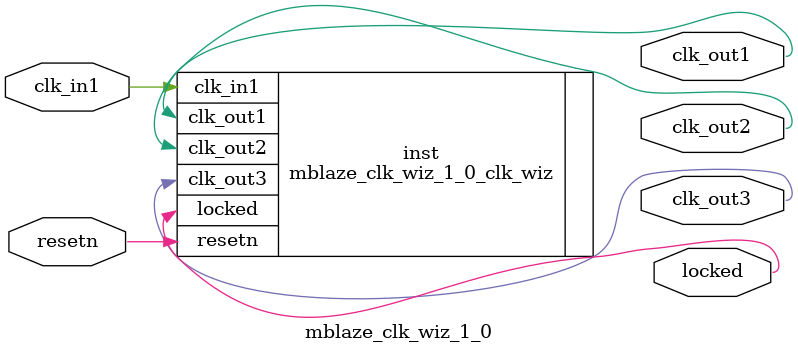
<source format=v>


`timescale 1ps/1ps

(* CORE_GENERATION_INFO = "mblaze_clk_wiz_1_0,clk_wiz_v5_3_0,{component_name=mblaze_clk_wiz_1_0,use_phase_alignment=true,use_min_o_jitter=false,use_max_i_jitter=false,use_dyn_phase_shift=false,use_inclk_switchover=false,use_dyn_reconfig=false,enable_axi=0,feedback_source=FDBK_AUTO,PRIMITIVE=MMCM,num_out_clk=3,clkin1_period=10.0,clkin2_period=10.0,use_power_down=false,use_reset=true,use_locked=true,use_inclk_stopped=false,feedback_type=SINGLE,CLOCK_MGR_TYPE=NA,manual_override=false}" *)

module mblaze_clk_wiz_1_0 
 (
 // Clock in ports
  input         clk_in1,
  // Clock out ports
  output        clk_out1,
  output        clk_out2,
  output        clk_out3,
  // Status and control signals
  input         resetn,
  output        locked
 );

  mblaze_clk_wiz_1_0_clk_wiz inst
  (
 // Clock in ports
  .clk_in1(clk_in1),
  // Clock out ports  
  .clk_out1(clk_out1),
  .clk_out2(clk_out2),
  .clk_out3(clk_out3),
  // Status and control signals               
  .resetn(resetn), 
  .locked(locked)            
  );

endmodule

</source>
